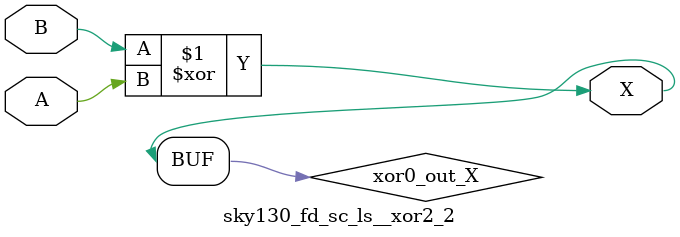
<source format=v>
/*
 * Copyright 2020 The SkyWater PDK Authors
 *
 * Licensed under the Apache License, Version 2.0 (the "License");
 * you may not use this file except in compliance with the License.
 * You may obtain a copy of the License at
 *
 *     https://www.apache.org/licenses/LICENSE-2.0
 *
 * Unless required by applicable law or agreed to in writing, software
 * distributed under the License is distributed on an "AS IS" BASIS,
 * WITHOUT WARRANTIES OR CONDITIONS OF ANY KIND, either express or implied.
 * See the License for the specific language governing permissions and
 * limitations under the License.
 *
 * SPDX-License-Identifier: Apache-2.0
*/


`ifndef SKY130_FD_SC_LS__XOR2_2_FUNCTIONAL_V
`define SKY130_FD_SC_LS__XOR2_2_FUNCTIONAL_V

/**
 * xor2: 2-input exclusive OR.
 *
 *       X = A ^ B
 *
 * Verilog simulation functional model.
 */

`timescale 1ns / 1ps
`default_nettype none

`celldefine
module sky130_fd_sc_ls__xor2_2 (
    X,
    A,
    B
);

    // Module ports
    output X;
    input  A;
    input  B;

    // Local signals
    wire xor0_out_X;

    //  Name  Output      Other arguments
    xor xor0 (xor0_out_X, B, A           );
    buf buf0 (X         , xor0_out_X     );

endmodule
`endcelldefine

`default_nettype wire
`endif  // SKY130_FD_SC_LS__XOR2_2_FUNCTIONAL_V

</source>
